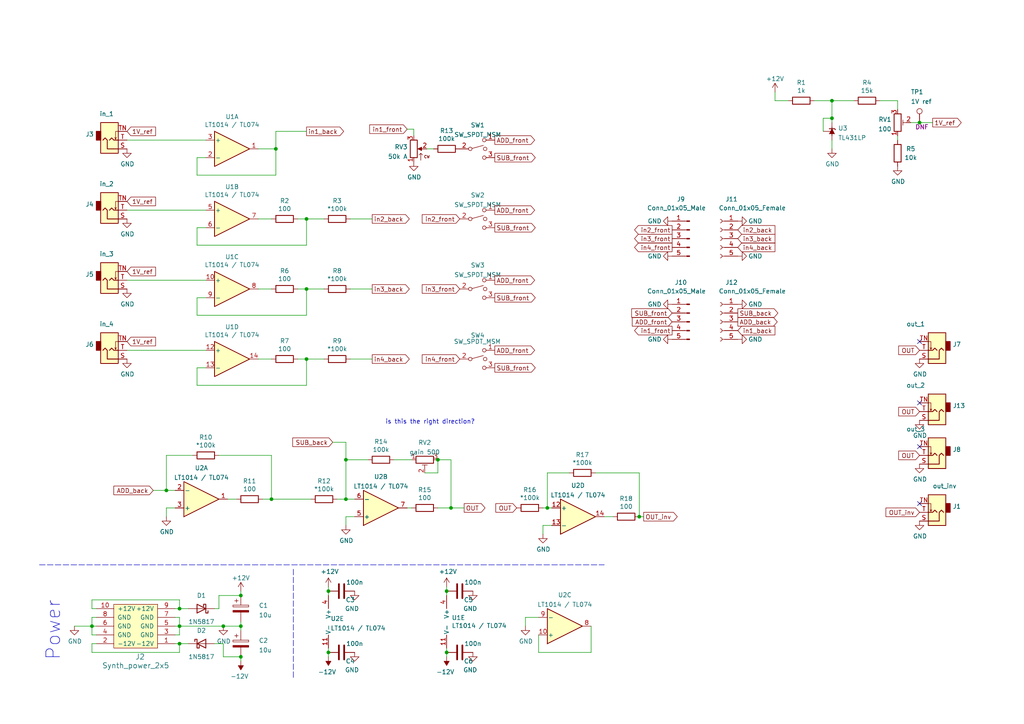
<source format=kicad_sch>
(kicad_sch (version 20211123) (generator eeschema)
  (paper "A4")
  (title_block (title "precision adder") (rev "1") (comment 1 "untested"))
  (lib_symbols
    (symbol "Connector:Conn_01x05_Female" (pin_names (offset 1.016) hide)
      (property "Reference" "J" (at 0 7.62 0))
      (property "Value" "Conn_01x05_Female" (at 0 -7.62 0))
      (symbol "Conn_01x05_Female_1_1"
        (arc (start 0 -4.572) (mid -0.508 -5.08) (end 0 -5.588) (stroke (width 0.1524)))
        (arc (start 0 -2.032) (mid -0.508 -2.54) (end 0 -3.048) (stroke (width 0.1524)))
        (polyline (pts (xy -1.27 -5.08) (xy -0.508 -5.08)) (stroke (width 0.1524)))
        (polyline (pts (xy -1.27 -2.54) (xy -0.508 -2.54)) (stroke (width 0.1524)))
        (polyline (pts (xy -1.27 0) (xy -0.508 0)) (stroke (width 0.1524)))
        (polyline (pts (xy -1.27 2.54) (xy -0.508 2.54)) (stroke (width 0.1524)))
        (polyline (pts (xy -1.27 5.08) (xy -0.508 5.08)) (stroke (width 0.1524)))
        (arc (start 0 0.508) (mid -0.508 0) (end 0 -0.508) (stroke (width 0.1524)))
        (arc (start 0 3.048) (mid -0.508 2.54) (end 0 2.032) (stroke (width 0.1524)))
        (arc (start 0 5.588) (mid -0.508 5.08) (end 0 4.572) (stroke (width 0.1524)))
        (pin passive line (at -5.08 5.08 0) (length 3.81) (name "Pin_1") (number "1"))
        (pin passive line (at -5.08 2.54 0) (length 3.81) (name "Pin_2") (number "2"))
        (pin passive line (at -5.08 0 0) (length 3.81) (name "Pin_3") (number "3"))
        (pin passive line (at -5.08 -2.54 0) (length 3.81) (name "Pin_4") (number "4"))
        (pin passive line (at -5.08 -5.08 0) (length 3.81) (name "Pin_5") (number "5"))
      )
    )
    (symbol "Connector:Conn_01x05_Male" (pin_names (offset 1.016) hide)
      (property "Reference" "J" (at 0 7.62 0))
      (property "Value" "Conn_01x05_Male" (at 0 -7.62 0))
      (symbol "Conn_01x05_Male_1_1"
        (polyline (pts (xy 1.27 -5.08) (xy 0.8636 -5.08)) (stroke (width 0.1524)))
        (polyline (pts (xy 1.27 -2.54) (xy 0.8636 -2.54)) (stroke (width 0.1524)))
        (polyline (pts (xy 1.27 0) (xy 0.8636 0)) (stroke (width 0.1524)))
        (polyline (pts (xy 1.27 2.54) (xy 0.8636 2.54)) (stroke (width 0.1524)))
        (polyline (pts (xy 1.27 5.08) (xy 0.8636 5.08)) (stroke (width 0.1524)))
        (rectangle (start 0.8636 -4.953) (end 0 -5.207) (stroke (width 0.1524)) (fill (type outline)))
        (rectangle (start 0.8636 -2.413) (end 0 -2.667) (stroke (width 0.1524)) (fill (type outline)))
        (rectangle (start 0.8636 0.127) (end 0 -0.127) (stroke (width 0.1524)) (fill (type outline)))
        (rectangle (start 0.8636 2.667) (end 0 2.413) (stroke (width 0.1524)) (fill (type outline)))
        (rectangle (start 0.8636 5.207) (end 0 4.953) (stroke (width 0.1524)) (fill (type outline)))
        (pin passive line (at 5.08 5.08 180) (length 3.81) (name "Pin_1") (number "1"))
        (pin passive line (at 5.08 2.54 180) (length 3.81) (name "Pin_2") (number "2"))
        (pin passive line (at 5.08 0 180) (length 3.81) (name "Pin_3") (number "3"))
        (pin passive line (at 5.08 -2.54 180) (length 3.81) (name "Pin_4") (number "4"))
        (pin passive line (at 5.08 -5.08 180) (length 3.81) (name "Pin_5") (number "5"))
      )
    )
    (symbol "Device:C" (pin_numbers hide) (pin_names (offset 0.254))
      (property "Reference" "C" (at 0.635 2.54 0))
      (property "Value" "C" (at 0.635 -2.54 0))
      (symbol "C_0_1"
        (polyline (pts (xy -2.032 -0.762) (xy 2.032 -0.762)) (stroke (width 0.508)))
        (polyline (pts (xy -2.032 0.762) (xy 2.032 0.762)) (stroke (width 0.508)))
      )
      (symbol "C_1_1"
        (pin passive line (at 0 3.81 270) (length 2.794) (name "~") (number "1"))
        (pin passive line (at 0 -3.81 90) (length 2.794) (name "~") (number "2"))
      )
    )
    (symbol "Reference_Voltage:TL431LP" (pin_numbers hide) (pin_names hide)
      (property "Reference" "U" (at -2.54 2.54 0))
      (property "Value" "TL431LP" (at 0 -2.54 0))
      (symbol "TL431LP_0_1"
        (polyline (pts (xy -1.27 0) (xy 0 0) (xy 1.27 0)))
        (polyline (pts (xy -0.762 0.762) (xy 0.762 0) (xy -0.762 -0.762)) (fill (type outline)))
        (polyline (pts (xy 0.508 -1.016) (xy 0.762 -0.762) (xy 0.762 0.762) (xy 0.762 0.762)) (stroke (width 0.254)))
      )
      (symbol "TL431LP_1_1"
        (pin passive line (at 0 2.54 270) (length 2.54) (name "REF") (number "1"))
        (pin passive line (at -2.54 0 0) (length 2.54) (name "A") (number "2"))
        (pin passive line (at 2.54 0 180) (length 2.54) (name "K") (number "3"))
      )
    )
    (symbol "ao_symbols:1N5817" (pin_numbers hide) (pin_names (offset 1.016) hide)
      (property "Reference" "D" (at 0 2.54 0))
      (property "Value" "1N5817" (at 0 -2.54 0))
      (symbol "1N5817_0_1"
        (polyline (pts (xy 1.27 0) (xy -1.27 0)))
        (polyline (pts (xy 1.27 1.27) (xy 1.27 -1.27) (xy -1.27 0) (xy 1.27 1.27)) (stroke (width 0.254)))
        (polyline (pts (xy -1.905 0.635) (xy -1.905 1.27) (xy -1.27 1.27) (xy -1.27 -1.27) (xy -0.635 -1.27) (xy -0.635 -0.635)) (stroke (width 0.254)))
      )
      (symbol "1N5817_1_1"
        (pin passive line (at -3.81 0 0) (length 2.54) (name "K") (number "1"))
        (pin passive line (at 3.81 0 180) (length 2.54) (name "A") (number "2"))
      )
    )
    (symbol "ao_symbols:AudioJack2_SwitchT"
      (property "Reference" "J" (at 0 8.89 0))
      (property "Value" "AudioJack2_SwitchT" (at 0 6.35 0))
      (symbol "AudioJack2_SwitchT_0_1"
        (rectangle (start -2.54 0) (end -3.81 -2.54) (stroke (width 0.254)) (fill (type outline)))
        (polyline (pts (xy 1.778 -0.254) (xy 2.032 -0.762)))
        (polyline (pts (xy 0 0) (xy 0.635 -0.635) (xy 1.27 0) (xy 2.54 0)) (stroke (width 0.254)))
        (polyline (pts (xy 2.54 -2.54) (xy 1.778 -2.54) (xy 1.778 -0.254) (xy 1.524 -0.762)))
        (polyline (pts (xy 2.54 2.54) (xy -0.635 2.54) (xy -0.635 0) (xy -1.27 -0.635) (xy -1.905 0)) (stroke (width 0.254)))
        (rectangle (start 2.54 3.81) (end -2.54 -5.08) (stroke (width 0.254)) (fill (type background)))
      )
      (symbol "AudioJack2_SwitchT_1_1"
        (pin passive line (at 5.08 2.54 180) (length 2.54) (name "~") (number "S"))
        (pin passive line (at 5.08 0 180) (length 2.54) (name "~") (number "T"))
        (pin passive line (at 5.08 -2.54 180) (length 2.54) (name "~") (number "TN"))
      )
    )
    (symbol "ao_symbols:CP" (pin_numbers hide) (pin_names (offset 0.254))
      (property "Reference" "C" (at 0.635 2.54 0))
      (property "Value" "CP" (at 0.635 -2.54 0))
      (symbol "CP_0_1"
        (rectangle (start -2.286 0.508) (end 2.286 1.016))
        (polyline (pts (xy -1.778 2.286) (xy -0.762 2.286)))
        (polyline (pts (xy -1.27 2.794) (xy -1.27 1.778)))
        (rectangle (start 2.286 -0.508) (end -2.286 -1.016) (fill (type outline)))
      )
      (symbol "CP_1_1"
        (pin passive line (at 0 3.81 270) (length 2.794) (name "~") (number "1"))
        (pin passive line (at 0 -3.81 90) (length 2.794) (name "~") (number "2"))
      )
    )
    (symbol "ao_symbols:R" (pin_numbers hide) (pin_names (offset 0))
      (property "Reference" "R" (at 2.032 0 90))
      (property "Value" "R" (at 0 0 90))
      (symbol "R_0_1"
        (rectangle (start -1.016 -2.54) (end 1.016 2.54) (stroke (width 0.254)))
      )
      (symbol "R_1_1"
        (pin passive line (at 0 3.81 270) (length 1.27) (name "~") (number "1"))
        (pin passive line (at 0 -3.81 90) (length 1.27) (name "~") (number "2"))
      )
    )
    (symbol "ao_symbols:R_POT" (pin_names (offset 1.016) hide)
      (property "Reference" "RV" (at -4.445 0 90))
      (property "Value" "R_POT" (at -2.54 0 90))
      (symbol "R_POT_0_0"
        (text "CW" (at 3.81 -2.286 0) (effects (font (size 0.762 0.762))))
      )
      (symbol "R_POT_0_1"
        (rectangle (start -1.016 2.54) (end 1.016 -2.54) (stroke (width 0.254)))
        (polyline (pts (xy 2.032 -3.302) (xy 2.032 -1.27)) (stroke (width 0.1524)))
        (polyline (pts (xy 2.54 0) (xy 1.524 0)))
        (polyline (pts (xy 2.54 -1.778) (xy 2.032 -1.27) (xy 1.524 -1.778)) (stroke (width 0.1524)))
        (polyline (pts (xy 1.143 0) (xy 2.286 -0.508) (xy 2.286 0.508) (xy 1.143 0)) (fill (type outline)))
      )
      (symbol "R_POT_1_1"
        (pin passive line (at 0 -3.81 90) (length 1.27) (name "1") (number "1"))
        (pin passive line (at 3.81 0 180) (length 1.27) (name "2") (number "2"))
        (pin passive line (at 0 3.81 270) (length 1.27) (name "3") (number "3"))
      )
    )
    (symbol "ao_symbols:R_POT_TRIM_3296W" (pin_names (offset 1.016) hide)
      (property "Reference" "RV" (at -4.445 0 90))
      (property "Value" "R_POT_TRIM_3296W" (at -2.54 0 90))
      (symbol "R_POT_TRIM_3296W_0_1"
        (polyline (pts (xy 1.524 0.762) (xy 1.524 -0.762)))
        (polyline (pts (xy 2.54 0) (xy 1.524 0)))
        (rectangle (start 1.016 2.54) (end -1.016 -2.54) (stroke (width 0.254)))
      )
      (symbol "R_POT_TRIM_3296W_1_1"
        (pin passive line (at 0 3.81 270) (length 1.27) (name "1") (number "1"))
        (pin passive line (at 3.81 0 180) (length 1.27) (name "2") (number "2"))
        (pin passive line (at 0 -3.81 90) (length 1.27) (name "3") (number "3"))
      )
    )
    (symbol "ao_symbols:SW_SPDT_MSM" (pin_names (offset 0) hide)
      (property "Reference" "SW" (at 0 5.08 0))
      (property "Value" "SW_SPDT_MSM" (at 0 -5.08 0))
      (symbol "SW_SPDT_MSM_0_0"
        (circle (center -2.032 0) (radius 0.508))
        (polyline (pts (xy -1.524 0.127) (xy 1.778 1.016)))
        (circle (center 2.032 -2.54) (radius 0.508))
      )
      (symbol "SW_SPDT_MSM_0_1"
        (circle (center 2.032 2.54) (radius 0.508))
        (circle (center 2.286 0) (radius 0.508))
      )
      (symbol "SW_SPDT_MSM_1_1"
        (pin passive line (at 5.08 2.54 180) (length 2.54) (name "1") (number "1"))
        (pin passive line (at -5.08 0 0) (length 2.54) (name "2") (number "2"))
        (pin passive line (at 5.08 -2.54 180) (length 2.54) (name "3") (number "3"))
      )
    )
    (symbol "ao_symbols:Synth_power_2x5" (pin_names (offset 1.016))
      (property "Reference" "J" (at 0 -7.62 0))
      (property "Value" "Synth_power_2x5" (at 0 7.62 0))
      (symbol "Synth_power_2x5_0_1"
        (rectangle (start -6.35 6.35) (end 6.35 -6.35) (fill (type background)))
      )
      (symbol "Synth_power_2x5_1_1"
        (pin power_out line (at 11.43 -5.08 180) (length 5.08) (name "-12V") (number "1"))
        (pin passive line (at -11.43 5.08 0) (length 5.08) (name "+12V") (number "10"))
        (pin passive line (at -11.43 -5.08 0) (length 5.08) (name "-12V") (number "2"))
        (pin power_out line (at 11.43 -2.54 180) (length 5.08) (name "GND") (number "3"))
        (pin passive line (at -11.43 -2.54 0) (length 5.08) (name "GND") (number "4"))
        (pin passive line (at 11.43 0 180) (length 5.08) (name "GND") (number "5"))
        (pin passive line (at -11.43 0 0) (length 5.08) (name "GND") (number "6"))
        (pin passive line (at 11.43 2.54 180) (length 5.08) (name "GND") (number "7"))
        (pin passive line (at -11.43 2.54 0) (length 5.08) (name "GND") (number "8"))
        (pin power_out line (at 11.43 5.08 180) (length 5.08) (name "+12V") (number "9"))
      )
    )
    (symbol "ao_symbols:TL074" (pin_names (offset 0.127))
      (property "Reference" "U" (at 0 5.08 0))
      (property "Value" "TL074" (at 0 -5.08 0))
      (symbol "TL074_1_1"
        (polyline (pts (xy -5.08 5.08) (xy 5.08 0) (xy -5.08 -5.08) (xy -5.08 5.08)) (stroke (width 0.254)) (fill (type background)))
        (pin output line (at 7.62 0 180) (length 2.54) (name "~") (number "1"))
        (pin input line (at -7.62 -2.54 0) (length 2.54) (name "-") (number "2"))
        (pin input line (at -7.62 2.54 0) (length 2.54) (name "+") (number "3"))
      )
      (symbol "TL074_2_1"
        (polyline (pts (xy -5.08 5.08) (xy 5.08 0) (xy -5.08 -5.08) (xy -5.08 5.08)) (stroke (width 0.254)) (fill (type background)))
        (pin input line (at -7.62 2.54 0) (length 2.54) (name "+") (number "5"))
        (pin input line (at -7.62 -2.54 0) (length 2.54) (name "-") (number "6"))
        (pin output line (at 7.62 0 180) (length 2.54) (name "~") (number "7"))
      )
      (symbol "TL074_3_1"
        (polyline (pts (xy -5.08 5.08) (xy 5.08 0) (xy -5.08 -5.08) (xy -5.08 5.08)) (stroke (width 0.254)) (fill (type background)))
        (pin input line (at -7.62 2.54 0) (length 2.54) (name "+") (number "10"))
        (pin output line (at 7.62 0 180) (length 2.54) (name "~") (number "8"))
        (pin input line (at -7.62 -2.54 0) (length 2.54) (name "-") (number "9"))
      )
      (symbol "TL074_4_1"
        (polyline (pts (xy -5.08 5.08) (xy 5.08 0) (xy -5.08 -5.08) (xy -5.08 5.08)) (stroke (width 0.254)) (fill (type background)))
        (pin input line (at -7.62 2.54 0) (length 2.54) (name "+") (number "12"))
        (pin input line (at -7.62 -2.54 0) (length 2.54) (name "-") (number "13"))
        (pin output line (at 7.62 0 180) (length 2.54) (name "~") (number "14"))
      )
      (symbol "TL074_5_1"
        (pin power_in line (at -2.54 -7.62 90) (length 3.81) (name "V-") (number "11"))
        (pin power_in line (at -2.54 7.62 270) (length 3.81) (name "V+") (number "4"))
      )
    )
    (symbol "ao_symbols:TestPoint" (pin_numbers hide) (pin_names (offset 0.762) hide) (in_bom no)
      (property "Reference" "TP" (at 0 6.858 0))
      (property "Value" "TestPoint" (at 0 5.08 0))
      (property "Config" "DNF" (at 0 0 0))
      (symbol "TestPoint_0_1"
        (circle (center 0 3.302) (radius 0.762))
      )
      (symbol "TestPoint_1_1"
        (pin passive line (at 0 0 90) (length 2.54) (name "1") (number "1"))
      )
    )
    (symbol "power:+12V" (power) (pin_names (offset 0))
      (property "Value" "+12V" (at 0 3.556 0))
      (symbol "+12V_0_1"
        (polyline (pts (xy -0.762 1.27) (xy 0 2.54)))
        (polyline (pts (xy 0 0) (xy 0 2.54)))
        (polyline (pts (xy 0 2.54) (xy 0.762 1.27)))
      )
      (symbol "+12V_1_1"
        (pin power_in line (at 0 0 90) (length 0) hide (name "+12V") (number "1"))
      )
    )
    (symbol "power:-12V" (power) (pin_names (offset 0))
      (property "Value" "-12V" (at 0 3.81 0))
      (symbol "-12V_0_0"
        (pin power_in line (at 0 0 90) (length 0) hide (name "-12V") (number "1"))
      )
      (symbol "-12V_0_1"
        (polyline (pts (xy 0 0) (xy 0 1.27) (xy 0.762 1.27) (xy 0 2.54) (xy -0.762 1.27) (xy 0 1.27)) (fill (type outline)))
      )
    )
    (symbol "power:GND" (power) (pin_names (offset 0))
      (property "Value" "GND" (at 0 -3.81 0))
      (symbol "GND_0_1"
        (polyline (pts (xy 0 0) (xy 0 -1.27) (xy 1.27 -1.27) (xy 0 -2.54) (xy -1.27 -1.27) (xy 0 -1.27)))
      )
      (symbol "GND_1_1"
        (pin power_in line (at 0 0 270) (length 0) hide (name "GND") (number "1"))
      )
    )
  )
  (junction (at 88.9 104.14))
  (junction (at 52.07 186.69))
  (junction (at 69.85 190.5))
  (junction (at 52.07 181.61))
  (junction (at 185.42 149.86))
  (junction (at 266.7 35.56))
  (junction (at 80.01 43.18))
  (junction (at 78.74 144.78))
  (junction (at 48.26 142.24))
  (junction (at 241.3 29.21))
  (junction (at 95.25 171.45))
  (junction (at 52.07 176.53))
  (junction (at 26.67 181.61))
  (junction (at 95.25 189.23))
  (junction (at 129.54 189.23))
  (junction (at 241.3 34.29))
  (junction (at 88.9 63.5))
  (junction (at 88.9 83.82))
  (junction (at 100.33 133.35))
  (junction (at 69.85 172.72))
  (junction (at 127 133.35))
  (junction (at 100.33 144.78))
  (junction (at 69.85 181.61))
  (junction (at 130.81 147.32))
  (junction (at 158.75 147.32))
  (junction (at 64.77 181.61))
  (junction (at 129.54 171.45))
  (no_connect (at 266.7 116.84))
  (no_connect (at 266.7 129.54))
  (no_connect (at 266.7 99.06))
  (no_connect (at 266.7 146.05))
  (wire (pts (xy 21.59 181.61) (xy 26.67 181.61)))
  (wire (pts (xy 52.07 176.53) (xy 54.61 176.53)))
  (wire (pts (xy 69.85 181.61) (xy 69.85 182.88)))
  (wire (pts (xy 57.15 45.72) (xy 59.69 45.72)))
  (wire (pts (xy 50.8 179.07) (xy 52.07 179.07)))
  (wire (pts (xy 50.8 181.61) (xy 52.07 181.61)))
  (wire (pts (xy 52.07 179.07) (xy 52.07 181.61)))
  (wire (pts (xy 156.21 189.23) (xy 171.45 189.23)))
  (wire (pts (xy 48.26 142.24) (xy 48.26 132.08)))
  (wire (pts (xy 88.9 71.12) (xy 57.15 71.12)))
  (wire (pts (xy 152.4 179.07) (xy 152.4 181.61)))
  (wire (pts (xy 123.825 43.18) (xy 125.73 43.18)))
  (wire (pts (xy 157.48 147.32) (xy 158.75 147.32)))
  (wire (pts (xy 57.15 111.76) (xy 88.9 111.76)))
  (wire (pts (xy 36.83 101.6) (xy 59.69 101.6)))
  (wire (pts (xy 95.25 189.23) (xy 95.25 190.5)))
  (polyline (pts (xy 11.43 163.83) (xy 175.26 163.83)))
  (wire (pts (xy 129.54 171.45) (xy 129.54 172.72)))
  (wire (pts (xy 95.25 187.96) (xy 95.25 189.23)))
  (wire (pts (xy 57.15 86.36) (xy 59.69 86.36)))
  (wire (pts (xy 74.93 43.18) (xy 80.01 43.18)))
  (wire (pts (xy 185.42 149.86) (xy 186.69 149.86)))
  (wire (pts (xy 241.3 34.29) (xy 241.3 35.56)))
  (wire (pts (xy 64.77 181.61) (xy 69.85 181.61)))
  (wire (pts (xy 95.25 171.45) (xy 95.25 172.72)))
  (wire (pts (xy 44.45 142.24) (xy 48.26 142.24)))
  (wire (pts (xy 57.15 50.8) (xy 57.15 45.72)))
  (wire (pts (xy 88.9 104.14) (xy 93.98 104.14)))
  (wire (pts (xy 185.42 137.16) (xy 172.72 137.16)))
  (wire (pts (xy 130.81 147.32) (xy 127 147.32)))
  (wire (pts (xy 130.81 133.35) (xy 130.81 147.32)))
  (wire (pts (xy 185.42 149.86) (xy 185.42 137.16)))
  (wire (pts (xy 78.74 144.78) (xy 90.17 144.78)))
  (wire (pts (xy 156.21 184.15) (xy 156.21 189.23)))
  (wire (pts (xy 123.19 137.16) (xy 127 137.16)))
  (wire (pts (xy 260.35 29.21) (xy 260.35 31.75)))
  (wire (pts (xy 69.85 180.34) (xy 69.85 181.61)))
  (wire (pts (xy 129.54 189.23) (xy 129.54 190.5)))
  (wire (pts (xy 88.9 91.44) (xy 57.15 91.44)))
  (wire (pts (xy 100.33 144.78) (xy 102.87 144.78)))
  (wire (pts (xy 255.27 29.21) (xy 260.35 29.21)))
  (wire (pts (xy 26.67 179.07) (xy 26.67 181.61)))
  (wire (pts (xy 26.67 181.61) (xy 27.94 181.61)))
  (wire (pts (xy 27.94 179.07) (xy 26.67 179.07)))
  (wire (pts (xy 228.6 29.21) (xy 224.79 29.21)))
  (wire (pts (xy 157.48 152.4) (xy 157.48 154.94)))
  (wire (pts (xy 100.33 133.35) (xy 100.33 128.27)))
  (wire (pts (xy 120.015 39.37) (xy 120.015 37.465)))
  (wire (pts (xy 50.8 186.69) (xy 52.07 186.69)))
  (wire (pts (xy 52.07 186.69) (xy 54.61 186.69)))
  (wire (pts (xy 241.3 40.64) (xy 241.3 43.18)))
  (wire (pts (xy 238.76 38.1) (xy 238.76 34.29)))
  (wire (pts (xy 160.02 152.4) (xy 157.48 152.4)))
  (wire (pts (xy 158.75 147.32) (xy 160.02 147.32)))
  (wire (pts (xy 36.83 40.64) (xy 59.69 40.64)))
  (wire (pts (xy 156.21 179.07) (xy 152.4 179.07)))
  (wire (pts (xy 48.26 147.32) (xy 48.26 149.86)))
  (wire (pts (xy 129.54 187.96) (xy 129.54 189.23)))
  (wire (pts (xy 264.16 35.56) (xy 266.7 35.56)))
  (wire (pts (xy 102.87 149.86) (xy 100.33 149.86)))
  (wire (pts (xy 86.36 104.14) (xy 88.9 104.14)))
  (wire (pts (xy 120.015 37.465) (xy 118.11 37.465)))
  (wire (pts (xy 86.36 83.82) (xy 88.9 83.82)))
  (wire (pts (xy 238.76 34.29) (xy 241.3 34.29)))
  (wire (pts (xy 127 137.16) (xy 127 133.35)))
  (wire (pts (xy 95.25 170.18) (xy 95.25 171.45)))
  (wire (pts (xy 224.79 29.21) (xy 224.79 26.67)))
  (wire (pts (xy 86.36 63.5) (xy 88.9 63.5)))
  (wire (pts (xy 57.15 66.04) (xy 59.69 66.04)))
  (wire (pts (xy 26.67 186.69) (xy 26.67 189.23)))
  (wire (pts (xy 27.94 186.69) (xy 26.67 186.69)))
  (wire (pts (xy 52.07 189.23) (xy 52.07 186.69)))
  (wire (pts (xy 26.67 189.23) (xy 52.07 189.23)))
  (wire (pts (xy 241.3 29.21) (xy 241.3 34.29)))
  (wire (pts (xy 63.5 132.08) (xy 78.74 132.08)))
  (wire (pts (xy 165.1 137.16) (xy 158.75 137.16)))
  (wire (pts (xy 171.45 189.23) (xy 171.45 181.61)))
  (wire (pts (xy 74.93 83.82) (xy 78.74 83.82)))
  (wire (pts (xy 101.6 63.5) (xy 107.95 63.5)))
  (wire (pts (xy 100.33 128.27) (xy 96.52 128.27)))
  (wire (pts (xy 69.85 171.45) (xy 69.85 172.72)))
  (wire (pts (xy 80.01 43.18) (xy 80.01 38.1)))
  (wire (pts (xy 118.11 147.32) (xy 119.38 147.32)))
  (wire (pts (xy 36.83 60.96) (xy 59.69 60.96)))
  (wire (pts (xy 88.9 83.82) (xy 93.98 83.82)))
  (wire (pts (xy 101.6 104.14) (xy 107.95 104.14)))
  (wire (pts (xy 48.26 142.24) (xy 50.8 142.24)))
  (wire (pts (xy 114.3 133.35) (xy 119.38 133.35)))
  (wire (pts (xy 88.9 63.5) (xy 88.9 71.12)))
  (polyline (pts (xy 85.09 165.1) (xy 85.09 196.85)))
  (wire (pts (xy 88.9 63.5) (xy 93.98 63.5)))
  (wire (pts (xy 50.8 147.32) (xy 48.26 147.32)))
  (wire (pts (xy 52.07 181.61) (xy 64.77 181.61)))
  (wire (pts (xy 57.15 111.76) (xy 57.15 106.68)))
  (wire (pts (xy 236.22 29.21) (xy 241.3 29.21)))
  (wire (pts (xy 78.74 144.78) (xy 76.2 144.78)))
  (wire (pts (xy 80.01 50.8) (xy 80.01 43.18)))
  (wire (pts (xy 62.23 186.69) (xy 64.77 186.69)))
  (wire (pts (xy 64.77 186.69) (xy 64.77 190.5)))
  (wire (pts (xy 64.77 190.5) (xy 69.85 190.5)))
  (wire (pts (xy 69.85 190.5) (xy 69.85 191.77)))
  (wire (pts (xy 57.15 91.44) (xy 57.15 86.36)))
  (wire (pts (xy 50.8 184.15) (xy 52.07 184.15)))
  (wire (pts (xy 52.07 184.15) (xy 52.07 181.61)))
  (wire (pts (xy 100.33 149.86) (xy 100.33 152.4)))
  (wire (pts (xy 27.94 176.53) (xy 26.67 176.53)))
  (wire (pts (xy 26.67 176.53) (xy 26.67 173.99)))
  (wire (pts (xy 26.67 173.99) (xy 52.07 173.99)))
  (wire (pts (xy 52.07 173.99) (xy 52.07 176.53)))
  (wire (pts (xy 52.07 176.53) (xy 50.8 176.53)))
  (wire (pts (xy 129.54 170.18) (xy 129.54 171.45)))
  (wire (pts (xy 78.74 132.08) (xy 78.74 144.78)))
  (wire (pts (xy 100.33 144.78) (xy 100.33 133.35)))
  (wire (pts (xy 241.3 29.21) (xy 247.65 29.21)))
  (wire (pts (xy 48.26 132.08) (xy 55.88 132.08)))
  (wire (pts (xy 57.15 71.12) (xy 57.15 66.04)))
  (wire (pts (xy 266.7 35.56) (xy 270.51 35.56)))
  (wire (pts (xy 260.35 39.37) (xy 260.35 40.64)))
  (wire (pts (xy 62.23 176.53) (xy 63.5 176.53)))
  (wire (pts (xy 63.5 176.53) (xy 63.5 172.72)))
  (wire (pts (xy 63.5 172.72) (xy 69.85 172.72)))
  (wire (pts (xy 57.15 50.8) (xy 80.01 50.8)))
  (wire (pts (xy 57.15 106.68) (xy 59.69 106.68)))
  (wire (pts (xy 80.01 38.1) (xy 88.9 38.1)))
  (wire (pts (xy 74.93 104.14) (xy 78.74 104.14)))
  (wire (pts (xy 97.79 144.78) (xy 100.33 144.78)))
  (wire (pts (xy 74.93 63.5) (xy 78.74 63.5)))
  (wire (pts (xy 36.83 81.28) (xy 59.69 81.28)))
  (wire (pts (xy 101.6 83.82) (xy 107.95 83.82)))
  (wire (pts (xy 88.9 83.82) (xy 88.9 91.44)))
  (wire (pts (xy 127 133.35) (xy 130.81 133.35)))
  (wire (pts (xy 88.9 104.14) (xy 88.9 111.76)))
  (wire (pts (xy 175.26 149.86) (xy 177.8 149.86)))
  (wire (pts (xy 100.33 133.35) (xy 106.68 133.35)))
  (wire (pts (xy 158.75 137.16) (xy 158.75 147.32)))
  (wire (pts (xy 130.81 147.32) (xy 134.62 147.32)))
  (wire (pts (xy 66.04 144.78) (xy 68.58 144.78)))
  (wire (pts (xy 27.94 184.15) (xy 26.67 184.15)))
  (wire (pts (xy 26.67 184.15) (xy 26.67 181.61)))
  (text "untested" (at 308.61 265.43 0) (effects (font (size 7.0104 7.0104) (thickness 1.4021) bold) (justify left bottom)))
  (text "is this the right direction?" (at 111.76 123.19 0) (effects (font (size 1.27 1.27)) (justify left bottom)))
  (text "Power" (at 17.78 191.77 90) (effects (font (size 3.9878 3.9878)) (justify left bottom)))
  (global_label "ADD_back" (shape input) (at 44.45 142.24 180) (property "Intersheet References" "${INTERSHEET_REFS}" (effects hide)))
  (global_label "1V_ref" (shape input) (at 36.83 58.42 0) (property "Intersheet References" "${INTERSHEET_REFS}" (effects hide)))
  (global_label "in1_front" (shape output) (at 194.945 95.885 180) (property "Intersheet References" "${INTERSHEET_REFS}" (effects hide)))
  (global_label "in2_front" (shape input) (at 133.35 63.5 180) (property "Intersheet References" "${INTERSHEET_REFS}" (effects hide)))
  (global_label "in4_front" (shape input) (at 133.35 104.14 180) (property "Intersheet References" "${INTERSHEET_REFS}" (effects hide)))
  (global_label "ADD_back" (shape output) (at 213.995 93.345 0) (property "Intersheet References" "${INTERSHEET_REFS}" (effects hide)))
  (global_label "in4_front" (shape output) (at 194.945 71.755 180) (property "Intersheet References" "${INTERSHEET_REFS}" (effects hide)))
  (global_label "in1_front" (shape input) (at 118.11 37.465 180) (property "Intersheet References" "${INTERSHEET_REFS}" (effects hide)))
  (global_label "in2_back" (shape input) (at 213.995 66.675 0) (property "Intersheet References" "${INTERSHEET_REFS}" (effects hide)))
  (global_label "OUT_inv" (shape output) (at 186.69 149.86 0) (property "Intersheet References" "${INTERSHEET_REFS}" (effects hide)))
  (global_label "SUB_back" (shape input) (at 96.52 128.27 180) (property "Intersheet References" "${INTERSHEET_REFS}" (effects hide)))
  (global_label "in3_back" (shape output) (at 107.95 83.82 0) (property "Intersheet References" "${INTERSHEET_REFS}" (effects hide)))
  (global_label "OUT" (shape input) (at 266.7 101.6 180) (property "Intersheet References" "${INTERSHEET_REFS}" (effects hide)))
  (global_label "SUB_front" (shape output) (at 143.51 106.68 0) (property "Intersheet References" "${INTERSHEET_REFS}" (effects hide)))
  (global_label "in1_back" (shape input) (at 213.995 95.885 0) (property "Intersheet References" "${INTERSHEET_REFS}" (effects hide)))
  (global_label "in4_back" (shape output) (at 107.95 104.14 0) (property "Intersheet References" "${INTERSHEET_REFS}" (effects hide)))
  (global_label "OUT" (shape input) (at 266.7 119.38 180) (property "Intersheet References" "${INTERSHEET_REFS}" (effects hide)))
  (global_label "in4_back" (shape input) (at 213.995 71.755 0) (property "Intersheet References" "${INTERSHEET_REFS}" (effects hide)))
  (global_label "ADD_front" (shape output) (at 143.51 60.96 0) (property "Intersheet References" "${INTERSHEET_REFS}" (effects hide)))
  (global_label "SUB_front" (shape output) (at 143.51 66.04 0) (property "Intersheet References" "${INTERSHEET_REFS}" (effects hide)))
  (global_label "SUB_front" (shape input) (at 194.945 90.805 180) (property "Intersheet References" "${INTERSHEET_REFS}" (effects hide)))
  (global_label "1V_ref" (shape input) (at 36.83 99.06 0) (property "Intersheet References" "${INTERSHEET_REFS}" (effects hide)))
  (global_label "in2_back" (shape output) (at 107.95 63.5 0) (property "Intersheet References" "${INTERSHEET_REFS}" (effects hide)))
  (global_label "in1_back" (shape output) (at 88.9 38.1 0) (property "Intersheet References" "${INTERSHEET_REFS}" (effects hide)))
  (global_label "OUT_inv" (shape input) (at 266.7 148.59 180) (property "Intersheet References" "${INTERSHEET_REFS}" (effects hide)))
  (global_label "ADD_front" (shape output) (at 143.51 40.64 0) (property "Intersheet References" "${INTERSHEET_REFS}" (effects hide)))
  (global_label "SUB_front" (shape output) (at 143.51 86.36 0) (property "Intersheet References" "${INTERSHEET_REFS}" (effects hide)))
  (global_label "OUT" (shape input) (at 266.7 132.08 180) (property "Intersheet References" "${INTERSHEET_REFS}" (effects hide)))
  (global_label "ADD_front" (shape output) (at 143.51 81.28 0) (property "Intersheet References" "${INTERSHEET_REFS}" (effects hide)))
  (global_label "ADD_front" (shape output) (at 143.51 101.6 0) (property "Intersheet References" "${INTERSHEET_REFS}" (effects hide)))
  (global_label "ADD_front" (shape input) (at 194.945 93.345 180) (property "Intersheet References" "${INTERSHEET_REFS}" (effects hide)))
  (global_label "1V_ref" (shape output) (at 270.51 35.56 0) (property "Intersheet References" "${INTERSHEET_REFS}" (effects hide)))
  (global_label "1V_ref" (shape input) (at 36.83 38.1 0) (property "Intersheet References" "${INTERSHEET_REFS}" (effects hide)))
  (global_label "in3_front" (shape output) (at 194.945 69.215 180) (property "Intersheet References" "${INTERSHEET_REFS}" (effects hide)))
  (global_label "OUT" (shape output) (at 134.62 147.32 0) (property "Intersheet References" "${INTERSHEET_REFS}" (effects hide)))
  (global_label "in2_front" (shape output) (at 194.945 66.675 180) (property "Intersheet References" "${INTERSHEET_REFS}" (effects hide)))
  (global_label "1V_ref" (shape input) (at 36.83 78.74 0) (property "Intersheet References" "${INTERSHEET_REFS}" (effects hide)))
  (global_label "OUT" (shape input) (at 149.86 147.32 180) (property "Intersheet References" "${INTERSHEET_REFS}" (effects hide)))
  (global_label "SUB_back" (shape output) (at 213.995 90.805 0) (property "Intersheet References" "${INTERSHEET_REFS}" (effects hide)))
  (global_label "in3_front" (shape input) (at 133.35 83.82 180) (property "Intersheet References" "${INTERSHEET_REFS}" (effects hide)))
  (global_label "SUB_front" (shape output) (at 143.51 45.72 0) (property "Intersheet References" "${INTERSHEET_REFS}" (effects hide)))
  (global_label "in3_back" (shape input) (at 213.995 69.215 0) (property "Intersheet References" "${INTERSHEET_REFS}" (effects hide)))
  (symbol (lib_id "power:-12V") (at 129.54 190.5 180) (unit 1)
    (property "Reference" "#PWR018" (effects hide))
    (property "Value" "-12V" (at 129.159 194.8942 0))
  )
  (symbol (lib_id "power:+12V") (at 129.54 170.18 0) (unit 1)
    (property "Reference" "#PWR017" (effects hide))
    (property "Value" "+12V" (at 129.921 165.7858 0))
  )
  (symbol (lib_id "ao_symbols:TL074") (at 67.31 43.18 0) (unit 1)
    (property "Reference" "U1" (at 67.31 33.8582 0))
    (property "Value" "LT1014 / TL074" (at 67.31 36.1696 0))
    (property "Footprint" "ao_tht:DIP-14_W7.62mm_Socket_LongPads" (effects hide))
    (property "Vendor" "Tayda" (effects hide))
    (property "SKU" "A-1138" (effects hide))
  )
  (symbol (lib_id "ao_symbols:TL074") (at 67.31 63.5 0) (unit 2)
    (property "Reference" "U1" (at 67.31 54.1782 0))
    (property "Value" "LT1014 / TL074" (at 67.31 56.4896 0))
    (property "Footprint" "ao_tht:DIP-14_W7.62mm_Socket_LongPads" (effects hide))
    (property "Vendor" "Tayda" (effects hide))
    (property "SKU" "A-1138" (effects hide))
  )
  (symbol (lib_id "ao_symbols:TL074") (at 132.08 180.34 0) (unit 5)
    (property "Reference" "U1" (at 131.0132 179.1716 0) (effects (justify left)))
    (property "Value" "LT1014 / TL074" (at 131.0132 181.483 0) (effects (justify left)))
    (property "Footprint" "ao_tht:DIP-14_W7.62mm_Socket_LongPads" (effects hide))
    (property "Vendor" "Tayda" (effects hide))
    (property "SKU" "A-1138" (effects hide))
  )
  (symbol (lib_id "ao_symbols:R") (at 97.79 63.5 270) (unit 1)
    (property "Reference" "R3" (at 97.79 58.2422 90))
    (property "Value" "*100k" (at 97.79 60.5536 90))
    (property "Footprint" "ao_tht:R_Axial_DIN0207_L6.3mm_D2.5mm_P10.16mm_Horizontal" (effects hide))
    (property "Vendor" "Tayda" (effects hide))
  )
  (symbol (lib_id "ao_symbols:AudioJack2_SwitchT") (at 271.78 148.59 180) (unit 1)
    (property "Reference" "J1" (at 276.3266 146.8882 0) (effects (justify right)))
    (property "Value" "out_inv" (at 270.51 140.97 0) (effects (justify right)))
    (property "Footprint" "ao_tht:Jack_6.35mm_PJ_629HAN" (effects hide))
    (property "Vendor" "Tayda" (effects hide))
    (property "SKU" "A-1121" (effects hide))
  )
  (symbol (lib_id "Device:C") (at 133.35 171.45 270) (unit 1)
    (property "Reference" "C5" (at 135.89 173.99 90))
    (property "Value" "100n" (at 137.16 168.91 90))
    (property "Footprint" "ao_tht:C_Disc_D3.0mm_W1.6mm_P2.50mm" (effects hide))
    (property "tayda" "https://www.taydaelectronics.com/capacitors/polyester-film-box-type-capacitors/1000pf-100v-5-kemet-polyester-film-box-type-capacitor.html" (effects hide))
  )
  (symbol (lib_id "Device:C") (at 133.35 189.23 270) (unit 1)
    (property "Reference" "C6" (at 135.89 191.77 90))
    (property "Value" "100n" (at 137.16 186.69 90))
    (property "Footprint" "ao_tht:C_Disc_D3.0mm_W1.6mm_P2.50mm" (effects hide))
    (property "tayda" "https://www.taydaelectronics.com/capacitors/polyester-film-box-type-capacitors/1000pf-100v-5-kemet-polyester-film-box-type-capacitor.html" (effects hide))
  )
  (symbol (lib_id "power:GND") (at 137.16 171.45 0) (unit 1)
    (property "Reference" "#PWR019" (effects hide))
    (property "Value" "GND" (at 138.43 176.53 0) (effects (justify right)))
  )
  (symbol (lib_id "power:GND") (at 137.16 189.23 0) (unit 1)
    (property "Reference" "#PWR020" (effects hide))
    (property "Value" "GND" (at 138.43 194.31 0) (effects (justify right)))
  )
  (symbol (lib_id "power:GND") (at 213.995 64.135 90) (unit 1)
    (property "Reference" "#PWR0117" (effects hide))
    (property "Value" "GND" (at 219.075 64.135 90))
  )
  (symbol (lib_id "ao_symbols:AudioJack2_SwitchT") (at 271.78 101.6 180) (unit 1)
    (property "Reference" "J7" (at 276.3266 99.8982 0) (effects (justify right)))
    (property "Value" "out_1" (at 262.89 93.98 0) (effects (justify right)))
    (property "Footprint" "ao_tht:Jack_6.35mm_PJ_629HAN" (effects hide))
    (property "Vendor" "Tayda" (effects hide))
    (property "SKU" "A-1121" (effects hide))
  )
  (symbol (lib_id "ao_symbols:R") (at 93.98 144.78 270) (unit 1)
    (property "Reference" "R12" (at 93.98 139.5222 90))
    (property "Value" "*100k" (at 93.98 141.8336 90))
    (property "Footprint" "ao_tht:R_Axial_DIN0207_L6.3mm_D2.5mm_P10.16mm_Horizontal" (effects hide))
    (property "Vendor" "Tayda" (effects hide))
  )
  (symbol (lib_id "power:GND") (at 194.945 98.425 270) (unit 1)
    (property "Reference" "#PWR023" (effects hide))
    (property "Value" "GND" (at 189.865 98.425 90))
  )
  (symbol (lib_id "power:GND") (at 36.83 63.5 0) (unit 1)
    (property "Reference" "#PWR08" (effects hide))
    (property "Value" "GND" (at 36.957 67.8942 0))
  )
  (symbol (lib_id "Connector:Conn_01x05_Female") (at 208.915 69.215 0) (mirror y) (unit 1)
    (property "Reference" "J11" (at 213.995 57.785 0) (effects (justify left)))
    (property "Value" "Conn_01x05_Female" (at 227.965 60.325 0) (effects (justify left)))
    (property "Footprint" "Connector_PinSocket_2.54mm:PinSocket_1x05_P2.54mm_Vertical" (effects hide))
  )
  (symbol (lib_id "power:+12V") (at 224.79 26.67 0) (unit 1)
    (property "Reference" "#PWR0105" (effects hide))
    (property "Value" "+12V" (at 224.79 22.86 0))
  )
  (symbol (lib_id "ao_symbols:R") (at 123.19 147.32 270) (unit 1)
    (property "Reference" "R15" (at 123.19 142.0622 90))
    (property "Value" "100" (at 123.19 144.3736 90))
    (property "Footprint" "ao_tht:R_Axial_DIN0207_L6.3mm_D2.5mm_P10.16mm_Horizontal" (effects hide))
    (property "Vendor" "Tayda" (effects hide))
  )
  (symbol (lib_id "power:GND") (at 266.7 104.14 0) (unit 1)
    (property "Reference" "#PWR0115" (effects hide))
    (property "Value" "GND" (at 266.827 108.5342 0))
  )
  (symbol (lib_id "ao_symbols:R") (at 153.67 147.32 270) (unit 1)
    (property "Reference" "R16" (at 153.67 142.0622 90))
    (property "Value" "*100k" (at 153.67 144.3736 90))
    (property "Footprint" "ao_tht:R_Axial_DIN0207_L6.3mm_D2.5mm_P10.16mm_Horizontal" (effects hide))
    (property "Vendor" "Tayda" (effects hide))
  )
  (symbol (lib_id "power:GND") (at 102.87 171.45 0) (unit 1)
    (property "Reference" "#PWR013" (effects hide))
    (property "Value" "GND" (at 104.14 176.53 0) (effects (justify right)))
  )
  (symbol (lib_id "ao_symbols:SW_SPDT_MSM") (at 138.43 83.82 0) (unit 1)
    (property "Reference" "SW3" (at 138.557 76.9325 0))
    (property "Value" "SW_SPDT_MSM" (at 138.557 79.7076 0))
    (property "Footprint" "ao_tht:SPDT-toggle-switch-1M-series" (effects hide))
    (property "Vendor" "Tayda" (effects hide))
    (property "SKU" "A-3187" (effects hide))
  )
  (symbol (lib_id "ao_symbols:R") (at 251.46 29.21 270) (unit 1)
    (property "Reference" "R4" (at 251.46 23.9522 90))
    (property "Value" "15k" (at 251.46 26.2636 90))
    (property "Footprint" "ao_tht:R_Axial_DIN0207_L6.3mm_D2.5mm_P10.16mm_Horizontal" (effects hide))
    (property "Vendor" "Tayda" (effects hide))
  )
  (symbol (lib_id "ao_symbols:R") (at 260.35 44.45 180) (unit 1)
    (property "Reference" "R5" (at 264.16 43.18 0))
    (property "Value" "10k" (at 264.16 45.72 0))
    (property "Footprint" "ao_tht:R_Axial_DIN0207_L6.3mm_D2.5mm_P10.16mm_Horizontal" (effects hide))
    (property "Vendor" "Tayda" (effects hide))
  )
  (symbol (lib_id "power:GND") (at 266.7 134.62 0) (unit 1)
    (property "Reference" "#PWR0114" (effects hide))
    (property "Value" "GND" (at 266.827 139.0142 0))
  )
  (symbol (lib_id "ao_symbols:TL074") (at 67.31 83.82 0) (unit 3)
    (property "Reference" "U1" (at 67.31 74.4982 0))
    (property "Value" "LT1014 / TL074" (at 67.31 76.8096 0))
    (property "Footprint" "ao_tht:DIP-14_W7.62mm_Socket_LongPads" (effects hide))
    (property "Vendor" "Tayda" (effects hide))
    (property "SKU" "A-1138" (effects hide))
  )
  (symbol (lib_id "power:GND") (at 260.35 48.26 0) (unit 1)
    (property "Reference" "#PWR0104" (effects hide))
    (property "Value" "GND" (at 260.477 52.6542 0))
  )
  (symbol (lib_id "ao_symbols:AudioJack2_SwitchT") (at 271.78 119.38 180) (unit 1)
    (property "Reference" "J13" (at 276.3266 117.6782 0) (effects (justify right)))
    (property "Value" "out_2" (at 262.89 111.76 0) (effects (justify right)))
    (property "Footprint" "ao_tht:Jack_6.35mm_PJ_629HAN" (effects hide))
    (property "Vendor" "Tayda" (effects hide))
    (property "SKU" "A-1121" (effects hide))
  )
  (symbol (lib_id "ao_symbols:AudioJack2_SwitchT") (at 31.75 40.64 0) (mirror x) (unit 1)
    (property "Reference" "J3" (at 27.2034 38.9382 0) (effects (justify right)))
    (property "Value" "in_1" (at 33.02 33.02 0) (effects (justify right)))
    (property "Footprint" "ao_tht:Jack_6.35mm_PJ_629HAN" (effects hide))
    (property "Vendor" "Tayda" (effects hide))
    (property "SKU" "A-1121" (effects hide))
  )
  (symbol (lib_id "power:GND") (at 194.945 64.135 270) (unit 1)
    (property "Reference" "#PWR0118" (effects hide))
    (property "Value" "GND" (at 189.865 64.135 90))
  )
  (symbol (lib_id "power:GND") (at 120.015 46.99 0) (unit 1)
    (property "Reference" "#PWR0106" (effects hide))
    (property "Value" "GND" (at 120.142 51.3842 0))
  )
  (symbol (lib_id "power:+12V") (at 95.25 170.18 0) (unit 1)
    (property "Reference" "#PWR010" (effects hide))
    (property "Value" "+12V" (at 95.631 165.7858 0))
  )
  (symbol (lib_id "power:GND") (at 48.26 149.86 0) (unit 1)
    (property "Reference" "#PWR0107" (effects hide))
    (property "Value" "GND" (at 48.387 154.2542 0))
  )
  (symbol (lib_id "ao_symbols:AudioJack2_SwitchT") (at 31.75 81.28 0) (mirror x) (unit 1)
    (property "Reference" "J5" (at 27.2034 79.5782 0) (effects (justify right)))
    (property "Value" "in_3" (at 33.02 73.66 0) (effects (justify right)))
    (property "Footprint" "ao_tht:Jack_6.35mm_PJ_629HAN" (effects hide))
    (property "Vendor" "Tayda" (effects hide))
    (property "SKU" "A-1121" (effects hide))
  )
  (symbol (lib_id "power:GND") (at 213.995 74.295 90) (unit 1)
    (property "Reference" "#PWR0112" (effects hide))
    (property "Value" "GND" (at 219.075 74.295 90))
  )
  (symbol (lib_id "Device:C") (at 99.06 189.23 270) (unit 1)
    (property "Reference" "C4" (at 101.6 191.77 90))
    (property "Value" "100n" (at 102.87 186.69 90))
    (property "Footprint" "ao_tht:C_Disc_D3.0mm_W1.6mm_P2.50mm" (effects hide))
    (property "tayda" "https://www.taydaelectronics.com/capacitors/polyester-film-box-type-capacitors/1000pf-100v-5-kemet-polyester-film-box-type-capacitor.html" (effects hide))
  )
  (symbol (lib_id "ao_symbols:R") (at 72.39 144.78 270) (unit 1)
    (property "Reference" "R11" (at 72.39 139.5222 90))
    (property "Value" "100" (at 72.39 141.8336 90))
    (property "Footprint" "ao_tht:R_Axial_DIN0207_L6.3mm_D2.5mm_P10.16mm_Horizontal" (effects hide))
    (property "Vendor" "Tayda" (effects hide))
  )
  (symbol (lib_id "ao_symbols:R_POT") (at 120.015 43.18 0) (unit 1)
    (property "Reference" "RV3" (at 118.237 42.6271 0) (effects (justify right)))
    (property "Value" "50k A" (at 118.237 45.4022 0) (effects (justify right)))
    (property "Footprint" "ao_tht:Potentiometer_Alpha_RD901F-40-00D_Single_Vertical_centered" (effects hide))
    (property "Vendor" "Tayda" (effects hide))
  )
  (symbol (lib_id "ao_symbols:AudioJack2_SwitchT") (at 31.75 101.6 0) (mirror x) (unit 1)
    (property "Reference" "J6" (at 27.2034 99.8982 0) (effects (justify right)))
    (property "Value" "in_4" (at 33.02 93.98 0) (effects (justify right)))
    (property "Footprint" "ao_tht:Jack_6.35mm_PJ_629HAN" (effects hide))
    (property "Vendor" "Tayda" (effects hide))
    (property "SKU" "A-1121" (effects hide))
  )
  (symbol (lib_id "ao_symbols:R_POT_TRIM_3296W") (at 260.35 35.56 0) (mirror x) (unit 1)
    (property "Reference" "RV1" (at 258.572 34.6515 0) (effects (justify right)))
    (property "Value" "100" (at 258.572 37.4266 0) (effects (justify right)))
    (property "Footprint" "ao_tht:Potentiometer_Bourns_3296Z_Horizontal" (effects hide))
    (property "Vendor" "https://www.reichelt.de/praezisionspotentiometer-25-gaenge-stehend-100-ohm-64z-100-p2731.html?&trstct=pol_9&nbc=1" (effects hide))
  )
  (symbol (lib_id "ao_symbols:TL074") (at 97.79 180.34 0) (unit 5)
    (property "Reference" "U2" (at 95.885 179.4315 0) (effects (justify left)))
    (property "Value" "LT1014 / TL074" (at 95.885 182.2066 0) (effects (justify left)))
    (property "Footprint" "ao_tht:DIP-14_W7.62mm_Socket_LongPads" (effects hide))
    (property "Vendor" "Tayda" (effects hide))
    (property "SKU" "A-1138" (effects hide))
  )
  (symbol (lib_id "power:GND") (at 194.945 74.295 270) (unit 1)
    (property "Reference" "#PWR0111" (effects hide))
    (property "Value" "GND" (at 189.865 74.295 90))
  )
  (symbol (lib_id "ao_symbols:R") (at 97.79 83.82 270) (unit 1)
    (property "Reference" "R8" (at 97.79 78.5622 90))
    (property "Value" "*100k" (at 97.79 80.8736 90))
    (property "Footprint" "ao_tht:R_Axial_DIN0207_L6.3mm_D2.5mm_P10.16mm_Horizontal" (effects hide))
    (property "Vendor" "Tayda" (effects hide))
  )
  (symbol (lib_id "ao_symbols:Synth_power_2x5") (at 39.37 181.61 0) (unit 1)
    (property "Reference" "J2" (at 40.64 190.5 0) (effects (font (size 1.524 1.524))))
    (property "Value" "Synth_power_2x5" (at 39.37 193.04 0) (effects (font (size 1.524 1.524))))
    (property "Footprint" "ao_tht:Power_Header" (effects hide))
    (property "Vendor" "Tayda" (effects hide))
    (property "SKU" "A-2939" (effects hide))
  )
  (symbol (lib_id "ao_symbols:1N5817") (at 58.42 186.69 0) (unit 1)
    (property "Reference" "D2" (at 58.42 182.88 0))
    (property "Value" "1N5817" (at 58.42 190.5 0))
    (property "Footprint" "ao_tht:D_DO-41_SOD81_P10.16mm_Horizontal" (effects hide))
    (property "Vendor" "Tayda" (effects hide))
    (property "SKU" "A-159" (effects hide))
  )
  (symbol (lib_id "ao_symbols:R") (at 181.61 149.86 270) (unit 1)
    (property "Reference" "R18" (at 181.61 144.6022 90))
    (property "Value" "100" (at 181.61 146.9136 90))
    (property "Footprint" "ao_tht:R_Axial_DIN0207_L6.3mm_D2.5mm_P10.16mm_Horizontal" (effects hide))
    (property "Vendor" "Tayda" (effects hide))
  )
  (symbol (lib_id "ao_symbols:SW_SPDT_MSM") (at 138.43 43.18 0) (unit 1)
    (property "Reference" "SW1" (at 138.557 36.2925 0))
    (property "Value" "SW_SPDT_MSM" (at 138.557 39.0676 0))
    (property "Footprint" "ao_tht:SPDT-toggle-switch-1M-series" (effects hide))
    (property "Vendor" "Tayda" (effects hide))
    (property "SKU" "A-3187" (effects hide))
  )
  (symbol (lib_id "ao_symbols:TL074") (at 163.83 181.61 0) (mirror x) (unit 3)
    (property "Reference" "U2" (at 163.83 172.5635 0))
    (property "Value" "LT1014 / TL074" (at 163.83 175.3386 0))
    (property "Footprint" "ao_tht:DIP-14_W7.62mm_Socket_LongPads" (effects hide))
    (property "Vendor" "Tayda" (effects hide))
    (property "SKU" "A-1138" (effects hide))
  )
  (symbol (lib_id "power:GND") (at 36.83 104.14 0) (unit 1)
    (property "Reference" "#PWR09" (effects hide))
    (property "Value" "GND" (at 36.957 108.5342 0))
  )
  (symbol (lib_id "power:GND") (at 36.83 43.18 0) (unit 1)
    (property "Reference" "#PWR07" (effects hide))
    (property "Value" "GND" (at 36.957 47.5742 0))
  )
  (symbol (lib_id "power:GND") (at 157.48 154.94 0) (unit 1)
    (property "Reference" "#PWR0109" (effects hide))
    (property "Value" "GND" (at 157.607 159.3342 0))
  )
  (symbol (lib_id "power:GND") (at 266.7 121.92 0) (unit 1)
    (property "Reference" "#PWR0113" (effects hide))
    (property "Value" "GND" (at 266.827 126.3142 0))
  )
  (symbol (lib_id "ao_symbols:1N5817") (at 58.42 176.53 180) (unit 1)
    (property "Reference" "D1" (at 58.42 172.72 0))
    (property "Value" "1N5817" (at 58.42 180.34 0))
    (property "Footprint" "ao_tht:D_DO-41_SOD81_P10.16mm_Horizontal" (effects hide))
    (property "Vendor" "Tayda" (effects hide))
    (property "SKU" "A-159" (effects hide))
  )
  (symbol (lib_id "Reference_Voltage:TL431LP") (at 241.3 38.1 90) (unit 1)
    (property "Reference" "U3" (at 243.078 37.1915 90) (effects (justify right)))
    (property "Value" "TL431LP" (at 243.078 39.9666 90) (effects (justify right)))
    (property "Footprint" "ao_tht:TO-92_Inline_Wide" (effects hide))
    (property "Datasheet" "http://www.ti.com/lit/ds/symlink/tl431.pdf" (effects hide))
  )
  (symbol (lib_id "ao_symbols:TL074") (at 110.49 147.32 0) (mirror x) (unit 2)
    (property "Reference" "U2" (at 110.49 138.2735 0))
    (property "Value" "LT1014 / TL074" (at 110.49 141.0486 0))
    (property "Footprint" "ao_tht:DIP-14_W7.62mm_Socket_LongPads" (effects hide))
    (property "Vendor" "Tayda" (effects hide))
    (property "SKU" "A-1138" (effects hide))
  )
  (symbol (lib_id "power:GND") (at 21.59 181.61 0) (unit 1)
    (property "Reference" "#PWR01" (effects hide))
    (property "Value" "GND" (at 21.717 186.0042 0))
  )
  (symbol (lib_id "ao_symbols:R") (at 129.54 43.18 270) (unit 1)
    (property "Reference" "R13" (at 129.54 37.9222 90))
    (property "Value" "100k" (at 129.54 40.2336 90))
    (property "Footprint" "ao_tht:R_Axial_DIN0207_L6.3mm_D2.5mm_P10.16mm_Horizontal" (effects hide))
    (property "Vendor" "Tayda" (effects hide))
  )
  (symbol (lib_id "ao_symbols:R") (at 110.49 133.35 270) (unit 1)
    (property "Reference" "R14" (at 110.49 128.0922 90))
    (property "Value" "100k" (at 110.49 130.4036 90))
    (property "Footprint" "ao_tht:R_Axial_DIN0207_L6.3mm_D2.5mm_P10.16mm_Horizontal" (effects hide))
    (property "Vendor" "Tayda" (effects hide))
  )
  (symbol (lib_id "ao_symbols:TestPoint") (at 266.7 35.56 0) (unit 1) (in_bom no)
    (property "Reference" "TP1" (at 264.16 26.67 0) (effects (justify left)))
    (property "Value" "1V ref" (at 264.16 29.4451 0) (effects (justify left)))
    (property "Footprint" "ao_tht:TestPoint_THTPad_D1.5mm_Drill0.7mm" (effects hide))
    (property "Config" "DNF" (at 265.43 36.83 0) (effects (justify left)))
  )
  (symbol (lib_id "ao_symbols:R_POT_TRIM_3296W") (at 123.19 133.35 90) (mirror x) (unit 1)
    (property "Reference" "RV2" (at 123.19 128.3675 90))
    (property "Value" "gain 500" (at 123.19 131.1426 90))
    (property "Footprint" "ao_tht:Potentiometer_Bourns_3296Z_Horizontal" (effects hide))
    (property "Vendor" "Tayda" (effects hide))
  )
  (symbol (lib_id "power:GND") (at 266.7 151.13 0) (unit 1)
    (property "Reference" "#PWR0116" (effects hide))
    (property "Value" "GND" (at 266.827 155.5242 0))
  )
  (symbol (lib_id "power:+12V") (at 69.85 171.45 0) (unit 1)
    (property "Reference" "#PWR05" (effects hide))
    (property "Value" "+12V" (at 69.85 167.64 0))
  )
  (symbol (lib_id "ao_symbols:AudioJack2_SwitchT") (at 31.75 60.96 0) (mirror x) (unit 1)
    (property "Reference" "J4" (at 27.2034 59.2582 0) (effects (justify right)))
    (property "Value" "in_2" (at 33.02 53.34 0) (effects (justify right)))
    (property "Footprint" "ao_tht:Jack_6.35mm_PJ_629HAN" (effects hide))
    (property "Vendor" "Tayda" (effects hide))
    (property "SKU" "A-1121" (effects hide))
  )
  (symbol (lib_id "ao_symbols:R") (at 82.55 104.14 270) (unit 1)
    (property "Reference" "R7" (at 82.55 98.8822 90))
    (property "Value" "100" (at 82.55 101.1936 90))
    (property "Footprint" "ao_tht:R_Axial_DIN0207_L6.3mm_D2.5mm_P10.16mm_Horizontal" (effects hide))
    (property "Vendor" "Tayda" (effects hide))
  )
  (symbol (lib_id "Connector:Conn_01x05_Male") (at 200.025 93.345 0) (mirror y) (unit 1)
    (property "Reference" "J10" (at 197.485 81.915 0))
    (property "Value" "Conn_01x05_Male" (at 196.215 84.455 0))
    (property "Footprint" "Connector_PinHeader_2.54mm:PinHeader_1x05_P2.54mm_Vertical" (effects hide))
  )
  (symbol (lib_id "power:GND") (at 241.3 43.18 0) (unit 1)
    (property "Reference" "#PWR0103" (effects hide))
    (property "Value" "GND" (at 241.427 47.5742 0))
  )
  (symbol (lib_id "power:GND") (at 213.995 88.265 90) (unit 1)
    (property "Reference" "#PWR0102" (effects hide))
    (property "Value" "GND" (at 219.075 88.265 90))
  )
  (symbol (lib_id "ao_symbols:SW_SPDT_MSM") (at 138.43 63.5 0) (unit 1)
    (property "Reference" "SW2" (at 138.557 56.6125 0))
    (property "Value" "SW_SPDT_MSM" (at 138.557 59.3876 0))
    (property "Footprint" "ao_tht:SPDT-toggle-switch-1M-series" (effects hide))
    (property "Vendor" "Tayda" (effects hide))
    (property "SKU" "A-3187" (effects hide))
  )
  (symbol (lib_id "ao_symbols:CP") (at 69.85 186.69 0) (unit 1)
    (property "Reference" "C2" (at 75.057 185.7815 0) (effects (justify left)))
    (property "Value" "10u" (at 75.057 188.5566 0) (effects (justify left)))
    (property "Footprint" "ao_tht:CP_Radial_D6.3mm_P2.50mm" (effects hide))
    (property "Vendor" "Tayda" (effects hide))
  )
  (symbol (lib_id "ao_symbols:CP") (at 69.85 176.53 0) (unit 1)
    (property "Reference" "C1" (at 75.057 175.6215 0) (effects (justify left)))
    (property "Value" "10u" (at 75.057 178.3966 0) (effects (justify left)))
    (property "Footprint" "ao_tht:CP_Radial_D6.3mm_P2.50mm" (effects hide))
    (property "Vendor" "Tayda" (effects hide))
  )
  (symbol (lib_id "ao_symbols:R") (at 168.91 137.16 270) (unit 1)
    (property "Reference" "R17" (at 168.91 131.9022 90))
    (property "Value" "*100k" (at 168.91 134.2136 90))
    (property "Footprint" "ao_tht:R_Axial_DIN0207_L6.3mm_D2.5mm_P10.16mm_Horizontal" (effects hide))
    (property "Vendor" "Tayda" (effects hide))
  )
  (symbol (lib_id "ao_symbols:R") (at 59.69 132.08 270) (unit 1)
    (property "Reference" "R10" (at 59.69 126.8222 90))
    (property "Value" "*100k" (at 59.69 129.1336 90))
    (property "Footprint" "ao_tht:R_Axial_DIN0207_L6.3mm_D2.5mm_P10.16mm_Horizontal" (effects hide))
    (property "Vendor" "Tayda" (effects hide))
  )
  (symbol (lib_id "power:GND") (at 152.4 181.61 0) (unit 1)
    (property "Reference" "#PWR0108" (effects hide))
    (property "Value" "GND" (at 152.527 186.0042 0))
  )
  (symbol (lib_id "ao_symbols:TL074") (at 67.31 104.14 0) (unit 4)
    (property "Reference" "U1" (at 67.31 94.8182 0))
    (property "Value" "LT1014 / TL074" (at 67.31 97.1296 0))
    (property "Footprint" "ao_tht:DIP-14_W7.62mm_Socket_LongPads" (effects hide))
    (property "Vendor" "Tayda" (effects hide))
    (property "SKU" "A-1138" (effects hide))
  )
  (symbol (lib_id "power:GND") (at 100.33 152.4 0) (unit 1)
    (property "Reference" "#PWR0110" (effects hide))
    (property "Value" "GND" (at 100.457 156.7942 0))
  )
  (symbol (lib_id "Connector:Conn_01x05_Female") (at 208.915 93.345 0) (mirror y) (unit 1)
    (property "Reference" "J12" (at 213.995 81.915 0) (effects (justify left)))
    (property "Value" "Conn_01x05_Female" (at 227.965 84.455 0) (effects (justify left)))
    (property "Footprint" "Connector_PinSocket_2.54mm:PinSocket_1x05_P2.54mm_Vertical" (effects hide))
  )
  (symbol (lib_id "power:GND") (at 64.77 181.61 0) (unit 1)
    (property "Reference" "#PWR04" (effects hide))
    (property "Value" "GND" (at 64.897 186.0042 0))
  )
  (symbol (lib_id "ao_symbols:R") (at 82.55 83.82 270) (unit 1)
    (property "Reference" "R6" (at 82.55 78.5622 90))
    (property "Value" "100" (at 82.55 80.8736 90))
    (property "Footprint" "ao_tht:R_Axial_DIN0207_L6.3mm_D2.5mm_P10.16mm_Horizontal" (effects hide))
    (property "Vendor" "Tayda" (effects hide))
  )
  (symbol (lib_id "ao_symbols:TL074") (at 167.64 149.86 0) (unit 4)
    (property "Reference" "U2" (at 167.64 140.8135 0))
    (property "Value" "LT1014 / TL074" (at 167.64 143.5886 0))
    (property "Footprint" "ao_tht:DIP-14_W7.62mm_Socket_LongPads" (effects hide))
    (property "Vendor" "Tayda" (effects hide))
    (property "SKU" "A-1138" (effects hide))
  )
  (symbol (lib_id "ao_symbols:TL074") (at 58.42 144.78 0) (mirror x) (unit 1)
    (property "Reference" "U2" (at 58.42 135.7335 0))
    (property "Value" "LT1014 / TL074" (at 58.42 138.5086 0))
    (property "Footprint" "ao_tht:DIP-14_W7.62mm_Socket_LongPads" (effects hide))
    (property "Vendor" "Tayda" (effects hide))
    (property "SKU" "A-1138" (effects hide))
  )
  (symbol (lib_id "ao_symbols:R") (at 232.41 29.21 270) (unit 1)
    (property "Reference" "R1" (at 232.41 23.9522 90))
    (property "Value" "1k" (at 232.41 26.2636 90))
    (property "Footprint" "ao_tht:R_Axial_DIN0207_L6.3mm_D2.5mm_P10.16mm_Horizontal" (effects hide))
    (property "Vendor" "Tayda" (effects hide))
  )
  (symbol (lib_id "power:GND") (at 102.87 189.23 0) (unit 1)
    (property "Reference" "#PWR014" (effects hide))
    (property "Value" "GND" (at 104.14 194.31 0) (effects (justify right)))
  )
  (symbol (lib_id "power:GND") (at 36.83 83.82 0) (unit 1)
    (property "Reference" "#PWR012" (effects hide))
    (property "Value" "GND" (at 36.957 88.2142 0))
  )
  (symbol (lib_id "power:-12V") (at 69.85 191.77 180) (unit 1)
    (property "Reference" "#PWR06" (effects hide))
    (property "Value" "-12V" (at 69.469 196.1642 0))
  )
  (symbol (lib_id "power:GND") (at 213.995 98.425 90) (unit 1)
    (property "Reference" "#PWR024" (effects hide))
    (property "Value" "GND" (at 219.075 98.425 90))
  )
  (symbol (lib_id "power:-12V") (at 95.25 190.5 180) (unit 1)
    (property "Reference" "#PWR011" (effects hide))
    (property "Value" "-12V" (at 94.869 194.8942 0))
  )
  (symbol (lib_id "ao_symbols:R") (at 97.79 104.14 270) (unit 1)
    (property "Reference" "R9" (at 97.79 98.8822 90))
    (property "Value" "*100k" (at 97.79 101.1936 90))
    (property "Footprint" "ao_tht:R_Axial_DIN0207_L6.3mm_D2.5mm_P10.16mm_Horizontal" (effects hide))
    (property "Vendor" "Tayda" (effects hide))
  )
  (symbol (lib_id "Connector:Conn_01x05_Male") (at 200.025 69.215 0) (mirror y) (unit 1)
    (property "Reference" "J9" (at 197.485 57.785 0))
    (property "Value" "Conn_01x05_Male" (at 196.215 60.325 0))
    (property "Footprint" "Connector_PinHeader_2.54mm:PinHeader_1x05_P2.54mm_Vertical" (effects hide))
  )
  (symbol (lib_id "Device:C") (at 99.06 171.45 270) (unit 1)
    (property "Reference" "C3" (at 101.6 173.99 90))
    (property "Value" "100n" (at 102.87 168.91 90))
    (property "Footprint" "ao_tht:C_Disc_D3.0mm_W1.6mm_P2.50mm" (effects hide))
    (property "tayda" "https://www.taydaelectronics.com/capacitors/polyester-film-box-type-capacitors/1000pf-100v-5-kemet-polyester-film-box-type-capacitor.html" (effects hide))
  )
  (symbol (lib_id "ao_symbols:SW_SPDT_MSM") (at 138.43 104.14 0) (unit 1)
    (property "Reference" "SW4" (at 138.557 97.2525 0))
    (property "Value" "SW_SPDT_MSM" (at 138.43 99.06 0))
    (property "Footprint" "ao_tht:SPDT-toggle-switch-1M-series" (effects hide))
    (property "Vendor" "Tayda" (effects hide))
    (property "SKU" "A-3187" (effects hide))
  )
  (symbol (lib_id "ao_symbols:R") (at 82.55 63.5 270) (unit 1)
    (property "Reference" "R2" (at 82.55 58.2422 90))
    (property "Value" "100" (at 82.55 60.5536 90))
    (property "Footprint" "ao_tht:R_Axial_DIN0207_L6.3mm_D2.5mm_P10.16mm_Horizontal" (effects hide))
    (property "Vendor" "Tayda" (effects hide))
  )
  (symbol (lib_id "ao_symbols:AudioJack2_SwitchT") (at 271.78 132.08 180) (unit 1)
    (property "Reference" "J8" (at 276.3266 130.3782 0) (effects (justify right)))
    (property "Value" "out_3" (at 262.89 124.46 0) (effects (justify right)))
    (property "Footprint" "ao_tht:Jack_6.35mm_PJ_629HAN" (effects hide))
    (property "Vendor" "Tayda" (effects hide))
    (property "SKU" "A-1121" (effects hide))
  )
  (symbol (lib_id "power:GND") (at 194.945 88.265 270) (unit 1)
    (property "Reference" "#PWR0101" (effects hide))
    (property "Value" "GND" (at 189.865 88.265 90))
  )
)
</source>
